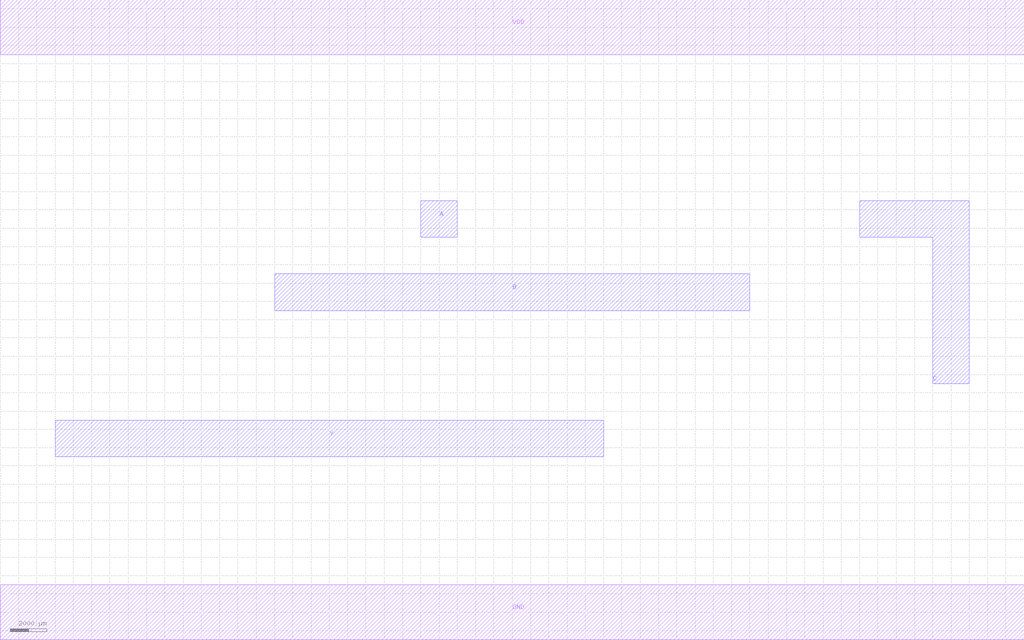
<source format=lef>
MACRO NOR3X1
 CLASS CORE ;
 ORIGIN 0 0 ;
 FOREIGN NOR3X1 0 0 ;
 SITE CORE ;
 SYMMETRY X Y R90 ;
  PIN VDD
   DIRECTION INOUT ;
   USE SIGNAL ;
   SHAPE ABUTMENT ;
    PORT
     CLASS CORE ;
       LAYER metal1 ;
        RECT 0.00000000 30500.00000000 56000.00000000 33500.00000000 ;
    END
  END VDD

  PIN GND
   DIRECTION INOUT ;
   USE SIGNAL ;
   SHAPE ABUTMENT ;
    PORT
     CLASS CORE ;
       LAYER metal1 ;
        RECT 0.00000000 -1500.00000000 56000.00000000 1500.00000000 ;
    END
  END GND

  PIN C
   DIRECTION INOUT ;
   USE SIGNAL ;
   SHAPE ABUTMENT ;
    PORT
     CLASS CORE ;
       LAYER metal2 ;
        POLYGON 51000.00000000 12500.00000000 51000.00000000 20500.00000000 47000.00000000 20500.00000000 47000.00000000 22500.00000000 53000.00000000 22500.00000000 53000.00000000 12500.00000000 ;
    END
  END C

  PIN B
   DIRECTION INOUT ;
   USE SIGNAL ;
   SHAPE ABUTMENT ;
    PORT
     CLASS CORE ;
       LAYER metal2 ;
        RECT 15000.00000000 16500.00000000 41000.00000000 18500.00000000 ;
    END
  END B

  PIN A
   DIRECTION INOUT ;
   USE SIGNAL ;
   SHAPE ABUTMENT ;
    PORT
     CLASS CORE ;
       LAYER metal2 ;
        RECT 23000.00000000 20500.00000000 25000.00000000 22500.00000000 ;
    END
  END A

  PIN Y
   DIRECTION INOUT ;
   USE SIGNAL ;
   SHAPE ABUTMENT ;
    PORT
     CLASS CORE ;
       LAYER metal2 ;
        RECT 3000.00000000 8500.00000000 33000.00000000 10500.00000000 ;
    END
  END Y


END NOR3X1

</source>
